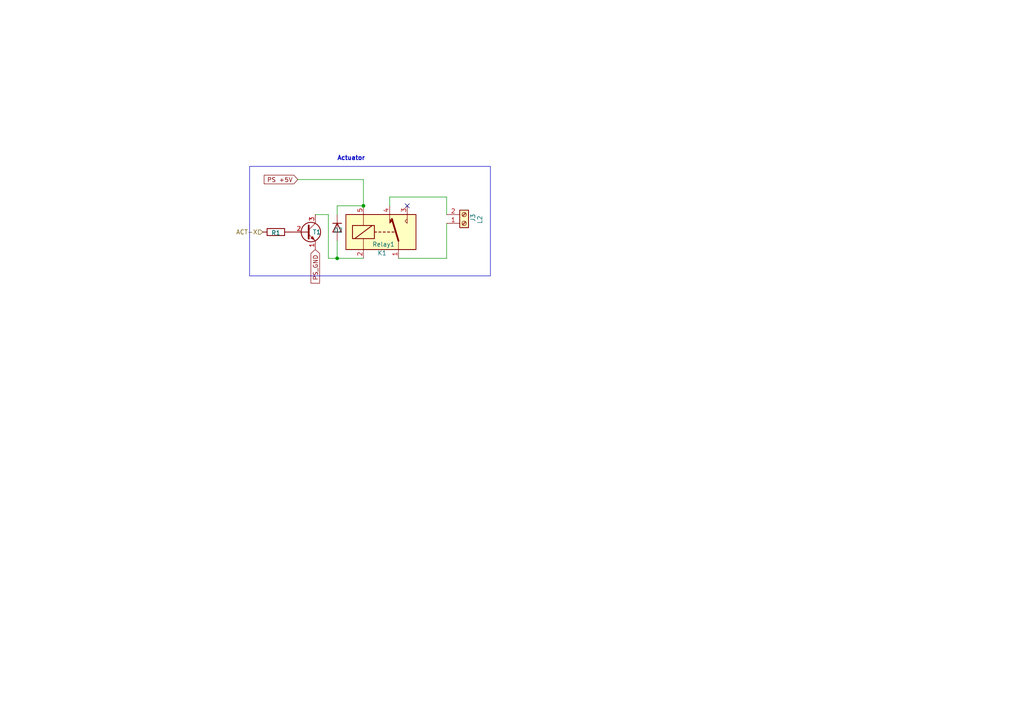
<source format=kicad_sch>
(kicad_sch (version 20231120) (generator "eeschema") (generator_version "8.0")
  (paper "A4")
  (lib_symbols
    (symbol "Connector:Screw_Terminal_01x02" (pin_names (offset 1.016) hide)
      (property "Reference" "J" (at 0 2.54 0))
      (property "Value" "Screw_Terminal_01x02" (at 0 -5.08 0))
      (symbol "Screw_Terminal_01x02_1_1"
        (rectangle (start -1.27 1.27) (end 1.27 -3.81) (stroke (width 0.254)) (fill (type background)))
        (circle (center 0 -2.54) (radius 0.635) (stroke (width 0.1524)))
        (polyline (pts (xy -0.5334 -2.2098) (xy 0.3302 -3.048)) (stroke (width 0.1524)))
        (polyline (pts (xy -0.5334 0.3302) (xy 0.3302 -0.508)) (stroke (width 0.1524)))
        (polyline (pts (xy -0.3556 -2.032) (xy 0.508 -2.8702)) (stroke (width 0.1524)))
        (polyline (pts (xy -0.3556 0.508) (xy 0.508 -0.3302)) (stroke (width 0.1524)))
        (circle (center 0 0) (radius 0.635) (stroke (width 0.1524)))
        (pin passive line (at -5.08 0 0) (length 3.81) (name "Pin_1") (number "1"))
        (pin passive line (at -5.08 -2.54 0) (length 3.81) (name "Pin_2") (number "2"))
      )
    )
    (symbol "Device:R" (pin_numbers hide) (pin_names (offset 0))
      (property "Reference" "R" (at 2.032 0 90))
      (property "Value" "R" (at 0 0 90))
      (symbol "R_0_1"
        (rectangle (start -1.016 -2.54) (end 1.016 2.54) (stroke (width 0.254)))
      )
      (symbol "R_1_1"
        (pin passive line (at 0 3.81 270) (length 1.27) (name "~") (number "1"))
        (pin passive line (at 0 -3.81 90) (length 1.27) (name "~") (number "2"))
      )
    )
    (symbol "Diode:1N4007" (pin_numbers hide) (pin_names hide)
      (property "Reference" "D" (at 0 2.54 0))
      (property "Value" "1N4007" (at 0 -2.54 0))
      (symbol "1N4007_0_1"
        (polyline (pts (xy -1.27 1.27) (xy -1.27 -1.27)) (stroke (width 0.254)))
        (polyline (pts (xy 1.27 0) (xy -1.27 0)))
        (polyline (pts (xy 1.27 1.27) (xy 1.27 -1.27) (xy -1.27 0) (xy 1.27 1.27)) (stroke (width 0.254)))
      )
      (symbol "1N4007_1_1"
        (pin passive line (at -3.81 0 0) (length 2.54) (name "K") (number "1"))
        (pin passive line (at 3.81 0 180) (length 2.54) (name "A") (number "2"))
      )
    )
    (symbol "Relay:SANYOU_SRD_Form_C"
      (property "Reference" "K" (at 11.43 3.81 0))
      (property "Value" "SANYOU_SRD_Form_C" (at 11.43 1.27 0))
      (symbol "SANYOU_SRD_Form_C_0_0"
        (polyline (pts (xy 7.62 5.08) (xy 7.62 2.54) (xy 6.985 3.175) (xy 7.62 3.81)))
      )
      (symbol "SANYOU_SRD_Form_C_0_1"
        (rectangle (start -10.16 5.08) (end 10.16 -5.08) (stroke (width 0.254)) (fill (type background)))
        (rectangle (start -8.255 1.905) (end -1.905 -1.905) (stroke (width 0.254)))
        (polyline (pts (xy -7.62 -1.905) (xy -2.54 1.905)) (stroke (width 0.254)))
        (polyline (pts (xy -5.08 -5.08) (xy -5.08 -1.905)))
        (polyline (pts (xy -5.08 5.08) (xy -5.08 1.905)))
        (polyline (pts (xy -1.905 0) (xy -1.27 0)) (stroke (width 0.254)))
        (polyline (pts (xy -0.635 0) (xy 0 0)) (stroke (width 0.254)))
        (polyline (pts (xy 0.635 0) (xy 1.27 0)) (stroke (width 0.254)))
        (polyline (pts (xy 1.905 0) (xy 2.54 0)) (stroke (width 0.254)))
        (polyline (pts (xy 3.175 0) (xy 3.81 0)) (stroke (width 0.254)))
        (polyline (pts (xy 5.08 -2.54) (xy 3.175 3.81)) (stroke (width 0.508)))
        (polyline (pts (xy 5.08 -2.54) (xy 5.08 -5.08)))
      )
      (symbol "SANYOU_SRD_Form_C_1_1"
        (polyline (pts (xy 2.54 3.81) (xy 3.175 3.175) (xy 2.54 2.54) (xy 2.54 5.08)) (fill (type outline)))
        (pin passive line (at 5.08 -7.62 90) (length 2.54) (name "~") (number "1"))
        (pin passive line (at -5.08 -7.62 90) (length 2.54) (name "~") (number "2"))
        (pin passive line (at 7.62 7.62 270) (length 2.54) (name "~") (number "3"))
        (pin passive line (at 2.54 7.62 270) (length 2.54) (name "~") (number "4"))
        (pin passive line (at -5.08 7.62 270) (length 2.54) (name "~") (number "5"))
      )
    )
    (symbol "Transistor_BJT:2N3904" (pin_names (offset 0) hide)
      (property "Reference" "Q" (at 5.08 1.905 0))
      (property "Value" "2N3904" (at 5.08 0 0))
      (symbol "2N3904_0_1"
        (polyline (pts (xy 0.635 0.635) (xy 2.54 2.54)))
        (polyline (pts (xy 0.635 -0.635) (xy 2.54 -2.54) (xy 2.54 -2.54)))
        (polyline (pts (xy 0.635 1.905) (xy 0.635 -1.905) (xy 0.635 -1.905)) (stroke (width 0.508)))
        (polyline (pts (xy 1.27 -1.778) (xy 1.778 -1.27) (xy 2.286 -2.286) (xy 1.27 -1.778) (xy 1.27 -1.778)) (fill (type outline)))
        (circle (center 1.27 0) (radius 2.8194) (stroke (width 0.254)))
      )
      (symbol "2N3904_1_1"
        (pin passive line (at 2.54 -5.08 90) (length 2.54) (name "E") (number "1"))
        (pin passive line (at -5.08 0 0) (length 5.715) (name "B") (number "2"))
        (pin passive line (at 2.54 5.08 270) (length 2.54) (name "C") (number "3"))
      )
    )
  )
  (junction (at 97.79 74.93))
  (junction (at 105.41 59.69))
  (no_connect (at 118.11 59.69))
  (wire (pts (xy 113.03 57.15) (xy 129.54 57.15)))
  (wire (pts (xy 97.79 59.69) (xy 97.79 62.23)))
  (wire (pts (xy 95.25 74.93) (xy 97.79 74.93)))
  (wire (pts (xy 115.57 74.93) (xy 129.54 74.93)))
  (wire (pts (xy 113.03 59.69) (xy 113.03 57.15)))
  (wire (pts (xy 95.25 62.23) (xy 95.25 74.93)))
  (wire (pts (xy 97.79 69.85) (xy 97.79 74.93)))
  (wire (pts (xy 97.79 74.93) (xy 105.41 74.93)))
  (wire (pts (xy 105.41 59.69) (xy 97.79 59.69)))
  (wire (pts (xy 91.44 62.23) (xy 95.25 62.23)))
  (wire (pts (xy 86.36 52.07) (xy 105.41 52.07)))
  (wire (pts (xy 105.41 52.07) (xy 105.41 59.69)))
  (wire (pts (xy 129.54 74.93) (xy 129.54 64.77)))
  (wire (pts (xy 129.54 57.15) (xy 129.54 62.23)))
  (rectangle (start 72.39 48.26) (end 142.24 80.01))
  (text "Actuator\n" (at 101.854 45.974 0) (effects (font (size 1.27 1.27) (thickness 0.254) (bold yes))))
  (global_label "PS +5V" (shape input) (at 86.36 52.07 180) (property "Intersheetrefs" "${INTERSHEET_REFS}" (effects (hide yes))))
  (global_label "PS_GND" (shape input) (at 91.44 72.39 270) (property "Intersheetrefs" "${INTERSHEET_REFS}" (effects (hide yes))))
  (hierarchical_label "ACT-X" (shape input) (at 76.2 67.31 180))
  (symbol (lib_id "Device:R") (at 80.01 67.31 90) (unit 1)
    (property "Reference" "R1" (at 80.01 67.564 90))
    (property "Value" "1KΩ" (effects (hide yes)))
    (property "Footprint" "Resistor_THT:R_Axial_DIN0207_L6.3mm_D2.5mm_P7.62mm_Horizontal" (effects (hide yes)))
    (property "Description" "Resistor" (effects (hide yes)))
  )
  (symbol (lib_id "Diode:1N4007") (at 97.79 66.04 270) (unit 1)
    (property "Reference" "D2" (at 96.774 66.802 90) (effects (justify left)))
    (property "Value" "1N4007" (effects (hide yes)))
    (property "Footprint" "Diode_THT:D_DO-35_SOD27_P7.62mm_Horizontal" (effects (hide yes)))
    (property "Datasheet" "http://www.vishay.com/docs/88503/1n4001.pdf" (effects (hide yes)))
    (property "Description" "1000V 1A General Purpose Rectifier Diode, DO-41" (effects (hide yes)))
    (property "Sim.Device" "D" (effects (hide yes)))
    (property "Sim.Pins" "1=K 2=A" (effects (hide yes)))
  )
  (symbol (lib_id "Relay:SANYOU_SRD_Form_C") (at 110.49 67.31 0) (unit 1)
    (property "Reference" "K1" (at 109.474 73.406 0) (effects (justify left)))
    (property "Value" "Relay1" (at 107.95 70.866 0) (effects (justify left)))
    (property "Footprint" "Relay_THT:Relay_SPDT_SANYOU_SRD_Series_Form_C" (effects (hide yes)))
    (property "Datasheet" "http://www.sanyourelay.ca/public/products/pdf/SRD.pdf" (effects (hide yes)))
    (property "Description" "Sanyo SRD relay, Single Pole Miniature Power Relay," (effects (hide yes)))
  )
  (symbol (lib_id "Connector:Screw_Terminal_01x02") (at 134.62 64.77 0) (mirror x) (unit 1)
    (property "Reference" "J3" (at 137.16 61.976 90) (effects (justify left)))
    (property "Value" "L2" (at 139.192 62.484 90) (effects (justify left)))
    (property "Footprint" "TerminalBlock_Phoenix:TerminalBlock_Phoenix_MKDS-1,5-2-5.08_1x02_P5.08mm_Horizontal" (effects (hide yes)))
    (property "Description" "Generic screw terminal, single row, 01x02, script generated (kicad-library-utils/schlib/autogen/connector/)" (effects (hide yes)))
  )
  (symbol (lib_id "Transistor_BJT:2N3904") (at 88.9 67.31 0) (unit 1)
    (property "Reference" "T1" (at 90.678 67.31 0) (effects (justify left)))
    (property "Value" "2N2222" (effects (hide yes)))
    (property "Footprint" "Package_TO_SOT_THT:TO-92_Inline" (effects (hide yes)))
    (property "Datasheet" "https://www.onsemi.com/pub/Collateral/2N3903-D.PDF" (effects (hide yes)))
    (property "Description" "0.2A Ic, 40V Vce, Small Signal NPN Transistor, TO-92" (effects (hide yes)))
  )
)
</source>
